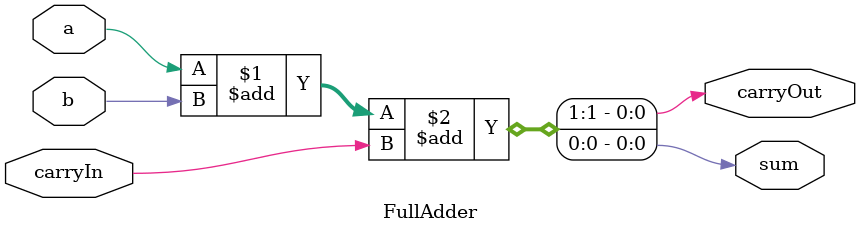
<source format=v>

module FullAdder(
        input a,
        input b,
        input carryIn,
        output carryOut,
        output sum
    );

    assign {carryOut, sum} = a + b + carryIn;

endmodule

</source>
